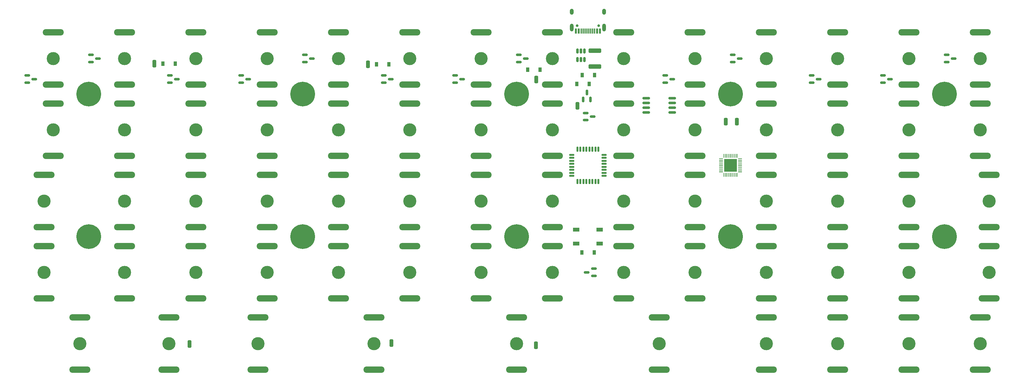
<source format=gbr>
%TF.GenerationSoftware,KiCad,Pcbnew,(6.0.0)*%
%TF.CreationDate,2022-03-05T10:25:11+10:00*%
%TF.ProjectId,Ortho66_Optical,4f727468-6f36-4365-9f4f-70746963616c,rev?*%
%TF.SameCoordinates,Original*%
%TF.FileFunction,Soldermask,Bot*%
%TF.FilePolarity,Negative*%
%FSLAX46Y46*%
G04 Gerber Fmt 4.6, Leading zero omitted, Abs format (unit mm)*
G04 Created by KiCad (PCBNEW (6.0.0)) date 2022-03-05 10:25:11*
%MOMM*%
%LPD*%
G01*
G04 APERTURE LIST*
G04 Aperture macros list*
%AMRoundRect*
0 Rectangle with rounded corners*
0 $1 Rounding radius*
0 $2 $3 $4 $5 $6 $7 $8 $9 X,Y pos of 4 corners*
0 Add a 4 corners polygon primitive as box body*
4,1,4,$2,$3,$4,$5,$6,$7,$8,$9,$2,$3,0*
0 Add four circle primitives for the rounded corners*
1,1,$1+$1,$2,$3*
1,1,$1+$1,$4,$5*
1,1,$1+$1,$6,$7*
1,1,$1+$1,$8,$9*
0 Add four rect primitives between the rounded corners*
20,1,$1+$1,$2,$3,$4,$5,0*
20,1,$1+$1,$4,$5,$6,$7,0*
20,1,$1+$1,$6,$7,$8,$9,0*
20,1,$1+$1,$8,$9,$2,$3,0*%
G04 Aperture macros list end*
%ADD10O,5.700000X1.700000*%
%ADD11C,3.500000*%
%ADD12C,6.600000*%
%ADD13RoundRect,0.150000X-0.587500X-0.150000X0.587500X-0.150000X0.587500X0.150000X-0.587500X0.150000X0*%
%ADD14RoundRect,0.250000X0.250000X0.750000X-0.250000X0.750000X-0.250000X-0.750000X0.250000X-0.750000X0*%
%ADD15R,1.800000X1.100000*%
%ADD16R,0.900000X1.200000*%
%ADD17RoundRect,0.150000X-0.850000X-0.150000X0.850000X-0.150000X0.850000X0.150000X-0.850000X0.150000X0*%
%ADD18RoundRect,0.044000X0.456000X0.056000X-0.456000X0.056000X-0.456000X-0.056000X0.456000X-0.056000X0*%
%ADD19RoundRect,0.044000X0.056000X0.456000X-0.056000X0.456000X-0.056000X-0.456000X0.056000X-0.456000X0*%
%ADD20R,3.400000X3.400000*%
%ADD21RoundRect,0.150000X0.587500X0.150000X-0.587500X0.150000X-0.587500X-0.150000X0.587500X-0.150000X0*%
%ADD22O,1.000000X2.100000*%
%ADD23O,1.000000X1.600000*%
%ADD24C,0.700000*%
%ADD25R,0.600000X1.450000*%
%ADD26R,0.300000X1.450000*%
%ADD27RoundRect,0.150000X0.150000X-0.512500X0.150000X0.512500X-0.150000X0.512500X-0.150000X-0.512500X0*%
%ADD28RoundRect,0.250000X-1.450000X0.312500X-1.450000X-0.312500X1.450000X-0.312500X1.450000X0.312500X0*%
%ADD29RoundRect,0.150000X0.150000X-0.587500X0.150000X0.587500X-0.150000X0.587500X-0.150000X-0.587500X0*%
%ADD30RoundRect,0.125000X0.125000X-0.550000X0.125000X0.550000X-0.125000X0.550000X-0.125000X-0.550000X0*%
%ADD31RoundRect,0.125000X0.550000X-0.125000X0.550000X0.125000X-0.550000X0.125000X-0.550000X-0.125000X0*%
%ADD32RoundRect,0.250000X-0.250000X-0.750000X0.250000X-0.750000X0.250000X0.750000X-0.250000X0.750000X0*%
G04 APERTURE END LIST*
D10*
%TO.C,SW37*%
X252400000Y-145100000D03*
X252400000Y-131100000D03*
D11*
X252400000Y-138100000D03*
%TD*%
D10*
%TO.C,SW50*%
X233350000Y-150150000D03*
D11*
X233350000Y-157150000D03*
D10*
X233350000Y-164150000D03*
%TD*%
D11*
%TO.C,SW14*%
X347650000Y-100000000D03*
D10*
X347650000Y-93000000D03*
X347650000Y-107000000D03*
%TD*%
%TO.C,SW8*%
X233350000Y-93000000D03*
D11*
X233350000Y-100000000D03*
D10*
X233350000Y-107000000D03*
%TD*%
%TO.C,SW21*%
X214300000Y-126050000D03*
X214300000Y-112050000D03*
D11*
X214300000Y-119050000D03*
%TD*%
D12*
%TO.C,H8*%
X223825000Y-147625000D03*
%TD*%
D11*
%TO.C,SW44*%
X119050000Y-157150000D03*
D10*
X119050000Y-150150000D03*
X119050000Y-164150000D03*
%TD*%
D12*
%TO.C,H5*%
X338125000Y-109525000D03*
%TD*%
D10*
%TO.C,SW6*%
X195250000Y-93000000D03*
D11*
X195250000Y-100000000D03*
D10*
X195250000Y-107000000D03*
%TD*%
D12*
%TO.C,H10*%
X338125000Y-147625000D03*
%TD*%
D11*
%TO.C,SW34*%
X195250000Y-138100000D03*
D10*
X195250000Y-131100000D03*
X195250000Y-145100000D03*
%TD*%
D11*
%TO.C,SW7*%
X214300000Y-100000000D03*
D10*
X214300000Y-93000000D03*
X214300000Y-107000000D03*
%TD*%
D11*
%TO.C,SW54*%
X309550000Y-157150000D03*
D10*
X309550000Y-150150000D03*
X309550000Y-164150000D03*
%TD*%
%TO.C,SW56*%
X350031250Y-164150000D03*
X350031250Y-150150000D03*
D11*
X350031250Y-157150000D03*
%TD*%
%TO.C,SW13*%
X328600000Y-100000000D03*
D10*
X328600000Y-107000000D03*
X328600000Y-93000000D03*
%TD*%
D11*
%TO.C,SW27*%
X328600000Y-119050000D03*
D10*
X328600000Y-126050000D03*
X328600000Y-112050000D03*
%TD*%
D11*
%TO.C,SW47*%
X176200000Y-157150000D03*
D10*
X176200000Y-150150000D03*
X176200000Y-164150000D03*
%TD*%
%TO.C,SW53*%
X290500000Y-164150000D03*
X290500000Y-150150000D03*
D11*
X290500000Y-157150000D03*
%TD*%
D10*
%TO.C,SW42*%
X350031250Y-145100000D03*
D11*
X350031250Y-138100000D03*
D10*
X350031250Y-131100000D03*
%TD*%
%TO.C,SW35*%
X214300000Y-145100000D03*
D11*
X214300000Y-138100000D03*
D10*
X214300000Y-131100000D03*
%TD*%
D12*
%TO.C,H6*%
X109525000Y-147625000D03*
%TD*%
D11*
%TO.C,SW65*%
X328600000Y-176200000D03*
D10*
X328600000Y-183200000D03*
X328600000Y-169200000D03*
%TD*%
D11*
%TO.C,SW39*%
X290500000Y-138100000D03*
D10*
X290500000Y-131100000D03*
X290500000Y-145100000D03*
%TD*%
D11*
%TO.C,SW43*%
X97618750Y-157150000D03*
D10*
X97618750Y-150150000D03*
X97618750Y-164150000D03*
%TD*%
%TO.C,SW23*%
X252400000Y-112050000D03*
X252400000Y-126050000D03*
D11*
X252400000Y-119050000D03*
%TD*%
%TO.C,SW62*%
X261925000Y-176200000D03*
D10*
X261925000Y-169200000D03*
X261925000Y-183200000D03*
%TD*%
%TO.C,SW5*%
X176200000Y-93000000D03*
X176200000Y-107000000D03*
D11*
X176200000Y-100000000D03*
%TD*%
%TO.C,SW2*%
X119050000Y-100000000D03*
D10*
X119050000Y-107000000D03*
X119050000Y-93000000D03*
%TD*%
%TO.C,SW61*%
X223825000Y-169200000D03*
X223825000Y-183200000D03*
D11*
X223825000Y-176200000D03*
%TD*%
%TO.C,SW51*%
X252400000Y-157150000D03*
D10*
X252400000Y-164150000D03*
X252400000Y-150150000D03*
%TD*%
%TO.C,SW26*%
X309550000Y-126050000D03*
X309550000Y-112050000D03*
D11*
X309550000Y-119050000D03*
%TD*%
%TO.C,SW25*%
X290500000Y-119050000D03*
D10*
X290500000Y-126050000D03*
X290500000Y-112050000D03*
%TD*%
D11*
%TO.C,SW63*%
X290500000Y-176200000D03*
D10*
X290500000Y-183200000D03*
X290500000Y-169200000D03*
%TD*%
%TO.C,SW16*%
X119050000Y-112050000D03*
D11*
X119050000Y-119050000D03*
D10*
X119050000Y-126050000D03*
%TD*%
%TO.C,SW30*%
X119050000Y-131100000D03*
X119050000Y-145100000D03*
D11*
X119050000Y-138100000D03*
%TD*%
D10*
%TO.C,SW46*%
X157150000Y-150150000D03*
D11*
X157150000Y-157150000D03*
D10*
X157150000Y-164150000D03*
%TD*%
%TO.C,SW22*%
X233350000Y-126050000D03*
X233350000Y-112050000D03*
D11*
X233350000Y-119050000D03*
%TD*%
D12*
%TO.C,H9*%
X280975000Y-147625000D03*
%TD*%
D11*
%TO.C,SW41*%
X328600000Y-138100000D03*
D10*
X328600000Y-145100000D03*
X328600000Y-131100000D03*
%TD*%
D12*
%TO.C,H3*%
X223825000Y-109525000D03*
%TD*%
D10*
%TO.C,SW15*%
X100000000Y-126050000D03*
D11*
X100000000Y-119050000D03*
D10*
X100000000Y-112050000D03*
%TD*%
%TO.C,SW20*%
X195250000Y-112050000D03*
X195250000Y-126050000D03*
D11*
X195250000Y-119050000D03*
%TD*%
D10*
%TO.C,SW24*%
X271450000Y-112050000D03*
X271450000Y-126050000D03*
D11*
X271450000Y-119050000D03*
%TD*%
D10*
%TO.C,SW19*%
X176200000Y-126050000D03*
X176200000Y-112050000D03*
D11*
X176200000Y-119050000D03*
%TD*%
D10*
%TO.C,SW60*%
X185725000Y-169200000D03*
X185725000Y-183200000D03*
D11*
X185725000Y-176200000D03*
%TD*%
D12*
%TO.C,H7*%
X166675000Y-147625000D03*
%TD*%
D10*
%TO.C,SW49*%
X214300000Y-164150000D03*
X214300000Y-150150000D03*
D11*
X214300000Y-157150000D03*
%TD*%
D10*
%TO.C,SW59*%
X154768750Y-183200000D03*
X154768750Y-169200000D03*
D11*
X154768750Y-176200000D03*
%TD*%
%TO.C,SW66*%
X347650000Y-176200000D03*
D10*
X347650000Y-183200000D03*
X347650000Y-169200000D03*
%TD*%
%TO.C,SW55*%
X328600000Y-150150000D03*
D11*
X328600000Y-157150000D03*
D10*
X328600000Y-164150000D03*
%TD*%
%TO.C,SW28*%
X347650000Y-126050000D03*
D11*
X347650000Y-119050000D03*
D10*
X347650000Y-112050000D03*
%TD*%
D12*
%TO.C,H1*%
X109525000Y-109525000D03*
%TD*%
D10*
%TO.C,SW1*%
X100000000Y-107000000D03*
D11*
X100000000Y-100000000D03*
D10*
X100000000Y-93000000D03*
%TD*%
%TO.C,SW17*%
X138100000Y-126050000D03*
X138100000Y-112050000D03*
D11*
X138100000Y-119050000D03*
%TD*%
%TO.C,SW38*%
X271450000Y-138100000D03*
D10*
X271450000Y-131100000D03*
X271450000Y-145100000D03*
%TD*%
%TO.C,SW9*%
X252400000Y-93000000D03*
D11*
X252400000Y-100000000D03*
D10*
X252400000Y-107000000D03*
%TD*%
%TO.C,SW4*%
X157150000Y-93000000D03*
D11*
X157150000Y-100000000D03*
D10*
X157150000Y-107000000D03*
%TD*%
D11*
%TO.C,SW52*%
X271450000Y-157150000D03*
D10*
X271450000Y-150150000D03*
X271450000Y-164150000D03*
%TD*%
%TO.C,SW18*%
X157150000Y-112050000D03*
D11*
X157150000Y-119050000D03*
D10*
X157150000Y-126050000D03*
%TD*%
D11*
%TO.C,SW11*%
X290500000Y-100000000D03*
D10*
X290500000Y-93000000D03*
X290500000Y-107000000D03*
%TD*%
D11*
%TO.C,SW12*%
X309550000Y-100000000D03*
D10*
X309550000Y-107000000D03*
X309550000Y-93000000D03*
%TD*%
D12*
%TO.C,H4*%
X280975000Y-109525000D03*
%TD*%
D10*
%TO.C,SW33*%
X176200000Y-131100000D03*
X176200000Y-145100000D03*
D11*
X176200000Y-138100000D03*
%TD*%
%TO.C,SW36*%
X233350000Y-138100000D03*
D10*
X233350000Y-145100000D03*
X233350000Y-131100000D03*
%TD*%
%TO.C,SW48*%
X195250000Y-150150000D03*
D11*
X195250000Y-157150000D03*
D10*
X195250000Y-164150000D03*
%TD*%
D12*
%TO.C,H2*%
X166675000Y-109525000D03*
%TD*%
D11*
%TO.C,SW57*%
X107143750Y-176200000D03*
D10*
X107143750Y-183200000D03*
X107143750Y-169200000D03*
%TD*%
D11*
%TO.C,SW45*%
X138100000Y-157150000D03*
D10*
X138100000Y-164150000D03*
X138100000Y-150150000D03*
%TD*%
%TO.C,SW10*%
X271450000Y-107000000D03*
D11*
X271450000Y-100000000D03*
D10*
X271450000Y-93000000D03*
%TD*%
%TO.C,SW40*%
X309550000Y-131100000D03*
D11*
X309550000Y-138100000D03*
D10*
X309550000Y-145100000D03*
%TD*%
%TO.C,SW64*%
X309550000Y-183200000D03*
D11*
X309550000Y-176200000D03*
D10*
X309550000Y-169200000D03*
%TD*%
%TO.C,SW32*%
X157150000Y-131100000D03*
D11*
X157150000Y-138100000D03*
D10*
X157150000Y-145100000D03*
%TD*%
%TO.C,SW3*%
X138100000Y-107000000D03*
D11*
X138100000Y-100000000D03*
D10*
X138100000Y-93000000D03*
%TD*%
%TO.C,SW58*%
X130956250Y-169200000D03*
D11*
X130956250Y-176200000D03*
D10*
X130956250Y-183200000D03*
%TD*%
%TO.C,SW31*%
X138100000Y-131100000D03*
D11*
X138100000Y-138100000D03*
D10*
X138100000Y-145100000D03*
%TD*%
%TO.C,SW29*%
X97618750Y-145100000D03*
X97618750Y-131100000D03*
D11*
X97618750Y-138100000D03*
%TD*%
D13*
%TO.C,Q6*%
X188312500Y-106450000D03*
X188312500Y-104550000D03*
X190187500Y-105500000D03*
%TD*%
D14*
%TO.C,Row5.6*%
X190380000Y-176110000D03*
%TD*%
D13*
%TO.C,Q11*%
X281562500Y-100950000D03*
X281562500Y-99050000D03*
X283437500Y-100000000D03*
%TD*%
D14*
%TO.C,Col6*%
X184110000Y-101590000D03*
%TD*%
D13*
%TO.C,Q5*%
X167262500Y-100950000D03*
X167262500Y-99050000D03*
X169137500Y-100000000D03*
%TD*%
D15*
%TO.C,RESET1*%
X245975000Y-149475000D03*
X239775000Y-149475000D03*
X245975000Y-145775000D03*
X239775000Y-145775000D03*
%TD*%
D13*
%TO.C,Q10*%
X263512500Y-106450000D03*
X263512500Y-104550000D03*
X265387500Y-105500000D03*
%TD*%
D14*
%TO.C,Row5.8*%
X228960000Y-176700000D03*
%TD*%
D13*
%TO.C,Q14*%
X338712500Y-100950000D03*
X338712500Y-99050000D03*
X340587500Y-100000000D03*
%TD*%
%TO.C,Q3*%
X131162500Y-106450000D03*
X131162500Y-104550000D03*
X133037500Y-105500000D03*
%TD*%
D16*
%TO.C,D6*%
X226760000Y-102960000D03*
X230060000Y-102960000D03*
%TD*%
D17*
%TO.C,U5*%
X258425000Y-114430000D03*
X258425000Y-113160000D03*
X258425000Y-111890000D03*
X258425000Y-110620000D03*
X265425000Y-110620000D03*
X265425000Y-111890000D03*
X265425000Y-113160000D03*
X265425000Y-114430000D03*
%TD*%
D18*
%TO.C,U2*%
X283525000Y-126775000D03*
X283525000Y-127175000D03*
X283525000Y-127575000D03*
X283525000Y-127975000D03*
X283525000Y-128375000D03*
X283525000Y-128775000D03*
X283525000Y-129175000D03*
X283525000Y-129575000D03*
X283525000Y-129975000D03*
X283525000Y-130375000D03*
D19*
X282775000Y-131125000D03*
X282375000Y-131125000D03*
X281975000Y-131125000D03*
X281575000Y-131125000D03*
X281175000Y-131125000D03*
X280775000Y-131125000D03*
X280375000Y-131125000D03*
X279975000Y-131125000D03*
X279575000Y-131125000D03*
X279175000Y-131125000D03*
D18*
X278425000Y-130375000D03*
X278425000Y-129975000D03*
X278425000Y-129575000D03*
X278425000Y-129175000D03*
X278425000Y-128775000D03*
X278425000Y-128375000D03*
X278425000Y-127975000D03*
X278425000Y-127575000D03*
X278425000Y-127175000D03*
X278425000Y-126775000D03*
D19*
X279175000Y-126025000D03*
X279575000Y-126025000D03*
X279975000Y-126025000D03*
X280375000Y-126025000D03*
X280775000Y-126025000D03*
X281175000Y-126025000D03*
X281575000Y-126025000D03*
X281975000Y-126025000D03*
X282375000Y-126025000D03*
X282775000Y-126025000D03*
D20*
X280975000Y-128575000D03*
%TD*%
D13*
%TO.C,Q12*%
X302612500Y-106450000D03*
X302612500Y-104550000D03*
X304487500Y-105500000D03*
%TD*%
D14*
%TO.C,Row5.3*%
X136470000Y-176320000D03*
%TD*%
D16*
%TO.C,D4*%
X132640000Y-101410000D03*
X129340000Y-101410000D03*
%TD*%
D13*
%TO.C,Q7*%
X207362500Y-106450000D03*
X207362500Y-104550000D03*
X209237500Y-105500000D03*
%TD*%
D14*
%TO.C,GND0*%
X282670000Y-116850000D03*
%TD*%
%TO.C,5V0*%
X279680000Y-116860000D03*
%TD*%
D13*
%TO.C,Q9*%
X242272500Y-116500000D03*
X242272500Y-114600000D03*
X244147500Y-115550000D03*
%TD*%
D21*
%TO.C,Q15*%
X244437500Y-156200000D03*
X244437500Y-158100000D03*
X242562500Y-157150000D03*
%TD*%
D16*
%TO.C,D2*%
X241350000Y-104430000D03*
X244650000Y-104430000D03*
%TD*%
D13*
%TO.C,Q1*%
X93062500Y-106450000D03*
X93062500Y-104550000D03*
X94937500Y-105500000D03*
%TD*%
D22*
%TO.C,J1*%
X247195000Y-91730000D03*
D23*
X247195000Y-87550000D03*
X238555000Y-87550000D03*
D24*
X239985000Y-91200000D03*
D25*
X239625000Y-92645000D03*
X240425000Y-92645000D03*
D26*
X241625000Y-92655000D03*
X242625000Y-92645000D03*
X243125000Y-92645000D03*
X244125000Y-92645000D03*
D24*
X245765000Y-91200000D03*
D25*
X246125000Y-92645000D03*
X245325000Y-92645000D03*
D26*
X244625000Y-92645000D03*
X243625000Y-92645000D03*
X242125000Y-92645000D03*
X241125000Y-92645000D03*
D22*
X238555000Y-91730000D03*
%TD*%
D14*
%TO.C,Col3*%
X127010000Y-101430000D03*
%TD*%
D27*
%TO.C,U4*%
X241960000Y-100267500D03*
X241010000Y-100267500D03*
X240060000Y-100267500D03*
X240060000Y-97992500D03*
X241010000Y-97992500D03*
X241960000Y-97992500D03*
%TD*%
D13*
%TO.C,Q8*%
X224412500Y-100950000D03*
X224412500Y-99050000D03*
X226287500Y-100000000D03*
%TD*%
D14*
%TO.C,Col8*%
X229070000Y-105640000D03*
%TD*%
D13*
%TO.C,Q2*%
X110112500Y-100950000D03*
X110112500Y-99050000D03*
X111987500Y-100000000D03*
%TD*%
D28*
%TO.C,F1*%
X244750000Y-97902500D03*
X244750000Y-102177500D03*
%TD*%
D16*
%TO.C,D1*%
X243200000Y-106840000D03*
X239900000Y-106840000D03*
%TD*%
D13*
%TO.C,Q13*%
X321662500Y-106450000D03*
X321662500Y-104550000D03*
X323537500Y-105500000D03*
%TD*%
%TO.C,Q4*%
X150212500Y-106450000D03*
X150212500Y-104550000D03*
X152087500Y-105500000D03*
%TD*%
D16*
%TO.C,D3*%
X244525000Y-151860000D03*
X241225000Y-151860000D03*
%TD*%
D29*
%TO.C,U3*%
X243530000Y-110937500D03*
X241630000Y-110937500D03*
X242580000Y-109062500D03*
%TD*%
D30*
%TO.C,U1*%
X245675000Y-132900000D03*
X244875000Y-132900000D03*
X244075000Y-132900000D03*
X243275000Y-132900000D03*
X242475000Y-132900000D03*
X241675000Y-132900000D03*
X240875000Y-132900000D03*
X240075000Y-132900000D03*
D31*
X238550000Y-131375000D03*
X238550000Y-130575000D03*
X238550000Y-129775000D03*
X238550000Y-128975000D03*
X238550000Y-128175000D03*
X238550000Y-127375000D03*
X238550000Y-126575000D03*
X238550000Y-125775000D03*
D30*
X240075000Y-124250000D03*
X240875000Y-124250000D03*
X241675000Y-124250000D03*
X242475000Y-124250000D03*
X243275000Y-124250000D03*
X244075000Y-124250000D03*
X244875000Y-124250000D03*
X245675000Y-124250000D03*
D31*
X247200000Y-125775000D03*
X247200000Y-126575000D03*
X247200000Y-127375000D03*
X247200000Y-128175000D03*
X247200000Y-128975000D03*
X247200000Y-129775000D03*
X247200000Y-130575000D03*
X247200000Y-131375000D03*
%TD*%
D32*
%TO.C,3V3*%
X240090000Y-112650000D03*
%TD*%
D16*
%TO.C,D5*%
X189670000Y-101590000D03*
X186370000Y-101590000D03*
%TD*%
M02*

</source>
